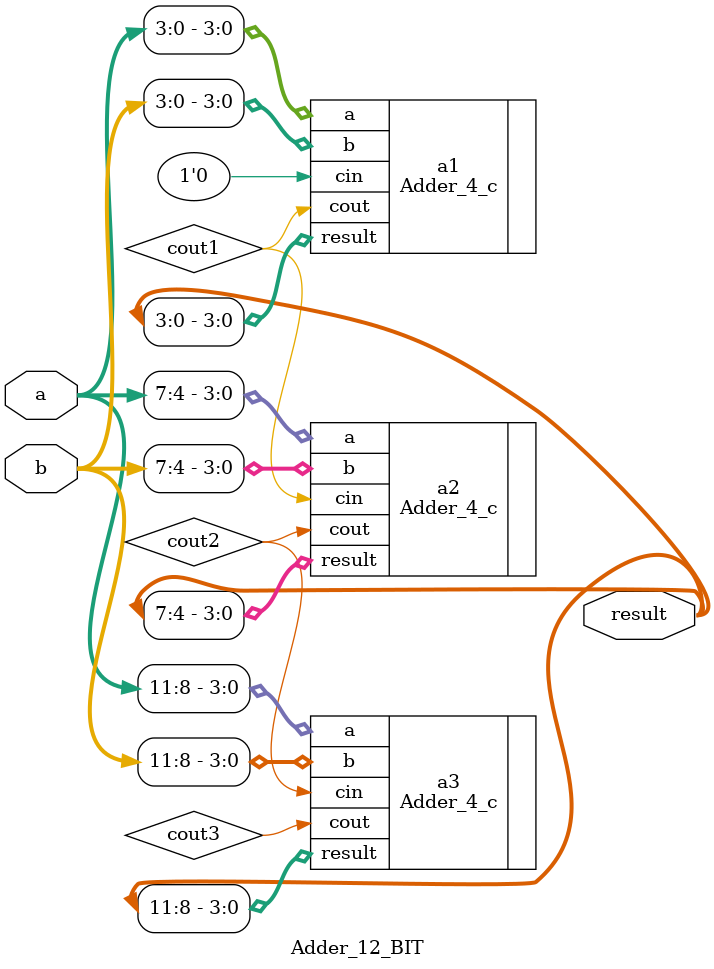
<source format=v>
`timescale 1ns / 1ps
module Adder_12_BIT(
    input [11:0] a,
    input [11:0] b,
    output [11:0] result
    );
	 
	 Adder_4_c a1(.a(a[3:0]) ,.b(b[3:0]) ,.cin(1'b0) ,.cout(cout1) ,.result(result[3:0]) );
	 Adder_4_c a2(.a(a[7:4]) ,.b(b[7:4]) ,.cin(cout1) ,.cout(cout2) ,.result(result[7:4]) );
	 Adder_4_c a3(.a(a[11:8]) ,.b(b[11:8]) ,.cin(cout2) ,.cout(cout3) ,.result(result[11:8]) );
	 
	 

endmodule

</source>
